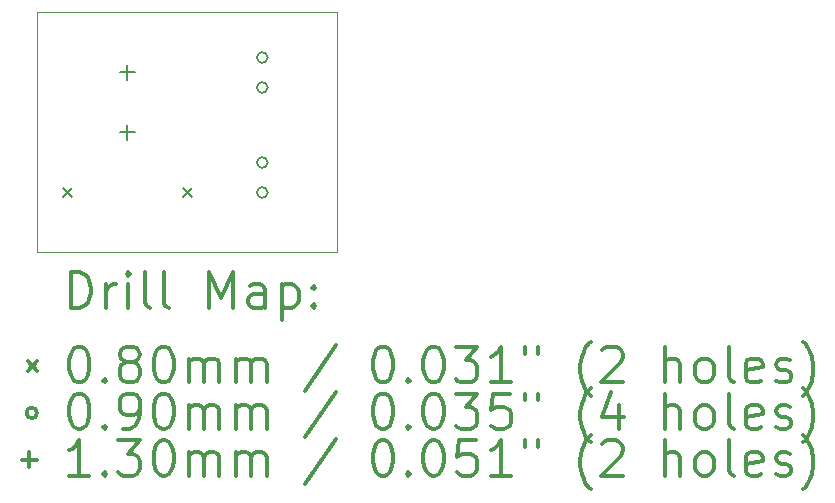
<source format=gbr>
%FSLAX45Y45*%
G04 Gerber Fmt 4.5, Leading zero omitted, Abs format (unit mm)*
G04 Created by KiCad (PCBNEW 5.1.6-c6e7f7d~87~ubuntu20.04.1) date 2020-09-28 16:53:08*
%MOMM*%
%LPD*%
G01*
G04 APERTURE LIST*
%TA.AperFunction,Profile*%
%ADD10C,0.050000*%
%TD*%
%ADD11C,0.200000*%
%ADD12C,0.300000*%
G04 APERTURE END LIST*
D10*
X8509000Y-3937000D02*
X5969000Y-3937000D01*
X8509000Y-5969000D02*
X8509000Y-3937000D01*
X5969000Y-5969000D02*
X8509000Y-5969000D01*
X5969000Y-3937000D02*
X5969000Y-5969000D01*
D11*
X6183000Y-5421000D02*
X6263000Y-5501000D01*
X6263000Y-5421000D02*
X6183000Y-5501000D01*
X7199000Y-5421000D02*
X7279000Y-5501000D01*
X7279000Y-5421000D02*
X7199000Y-5501000D01*
X7919000Y-4318000D02*
G75*
G03*
X7919000Y-4318000I-45000J0D01*
G01*
X7919000Y-4572000D02*
G75*
G03*
X7919000Y-4572000I-45000J0D01*
G01*
X7919000Y-5207000D02*
G75*
G03*
X7919000Y-5207000I-45000J0D01*
G01*
X7919000Y-5461000D02*
G75*
G03*
X7919000Y-5461000I-45000J0D01*
G01*
X6731000Y-4380000D02*
X6731000Y-4510000D01*
X6666000Y-4445000D02*
X6796000Y-4445000D01*
X6731000Y-4888000D02*
X6731000Y-5018000D01*
X6666000Y-4953000D02*
X6796000Y-4953000D01*
D12*
X6252928Y-6437214D02*
X6252928Y-6137214D01*
X6324357Y-6137214D01*
X6367214Y-6151500D01*
X6395786Y-6180071D01*
X6410071Y-6208643D01*
X6424357Y-6265786D01*
X6424357Y-6308643D01*
X6410071Y-6365786D01*
X6395786Y-6394357D01*
X6367214Y-6422929D01*
X6324357Y-6437214D01*
X6252928Y-6437214D01*
X6552928Y-6437214D02*
X6552928Y-6237214D01*
X6552928Y-6294357D02*
X6567214Y-6265786D01*
X6581500Y-6251500D01*
X6610071Y-6237214D01*
X6638643Y-6237214D01*
X6738643Y-6437214D02*
X6738643Y-6237214D01*
X6738643Y-6137214D02*
X6724357Y-6151500D01*
X6738643Y-6165786D01*
X6752928Y-6151500D01*
X6738643Y-6137214D01*
X6738643Y-6165786D01*
X6924357Y-6437214D02*
X6895786Y-6422929D01*
X6881500Y-6394357D01*
X6881500Y-6137214D01*
X7081500Y-6437214D02*
X7052928Y-6422929D01*
X7038643Y-6394357D01*
X7038643Y-6137214D01*
X7424357Y-6437214D02*
X7424357Y-6137214D01*
X7524357Y-6351500D01*
X7624357Y-6137214D01*
X7624357Y-6437214D01*
X7895786Y-6437214D02*
X7895786Y-6280071D01*
X7881500Y-6251500D01*
X7852928Y-6237214D01*
X7795786Y-6237214D01*
X7767214Y-6251500D01*
X7895786Y-6422929D02*
X7867214Y-6437214D01*
X7795786Y-6437214D01*
X7767214Y-6422929D01*
X7752928Y-6394357D01*
X7752928Y-6365786D01*
X7767214Y-6337214D01*
X7795786Y-6322929D01*
X7867214Y-6322929D01*
X7895786Y-6308643D01*
X8038643Y-6237214D02*
X8038643Y-6537214D01*
X8038643Y-6251500D02*
X8067214Y-6237214D01*
X8124357Y-6237214D01*
X8152928Y-6251500D01*
X8167214Y-6265786D01*
X8181500Y-6294357D01*
X8181500Y-6380071D01*
X8167214Y-6408643D01*
X8152928Y-6422929D01*
X8124357Y-6437214D01*
X8067214Y-6437214D01*
X8038643Y-6422929D01*
X8310071Y-6408643D02*
X8324357Y-6422929D01*
X8310071Y-6437214D01*
X8295786Y-6422929D01*
X8310071Y-6408643D01*
X8310071Y-6437214D01*
X8310071Y-6251500D02*
X8324357Y-6265786D01*
X8310071Y-6280071D01*
X8295786Y-6265786D01*
X8310071Y-6251500D01*
X8310071Y-6280071D01*
X5886500Y-6891500D02*
X5966500Y-6971500D01*
X5966500Y-6891500D02*
X5886500Y-6971500D01*
X6310071Y-6767214D02*
X6338643Y-6767214D01*
X6367214Y-6781500D01*
X6381500Y-6795786D01*
X6395786Y-6824357D01*
X6410071Y-6881500D01*
X6410071Y-6952929D01*
X6395786Y-7010071D01*
X6381500Y-7038643D01*
X6367214Y-7052929D01*
X6338643Y-7067214D01*
X6310071Y-7067214D01*
X6281500Y-7052929D01*
X6267214Y-7038643D01*
X6252928Y-7010071D01*
X6238643Y-6952929D01*
X6238643Y-6881500D01*
X6252928Y-6824357D01*
X6267214Y-6795786D01*
X6281500Y-6781500D01*
X6310071Y-6767214D01*
X6538643Y-7038643D02*
X6552928Y-7052929D01*
X6538643Y-7067214D01*
X6524357Y-7052929D01*
X6538643Y-7038643D01*
X6538643Y-7067214D01*
X6724357Y-6895786D02*
X6695786Y-6881500D01*
X6681500Y-6867214D01*
X6667214Y-6838643D01*
X6667214Y-6824357D01*
X6681500Y-6795786D01*
X6695786Y-6781500D01*
X6724357Y-6767214D01*
X6781500Y-6767214D01*
X6810071Y-6781500D01*
X6824357Y-6795786D01*
X6838643Y-6824357D01*
X6838643Y-6838643D01*
X6824357Y-6867214D01*
X6810071Y-6881500D01*
X6781500Y-6895786D01*
X6724357Y-6895786D01*
X6695786Y-6910071D01*
X6681500Y-6924357D01*
X6667214Y-6952929D01*
X6667214Y-7010071D01*
X6681500Y-7038643D01*
X6695786Y-7052929D01*
X6724357Y-7067214D01*
X6781500Y-7067214D01*
X6810071Y-7052929D01*
X6824357Y-7038643D01*
X6838643Y-7010071D01*
X6838643Y-6952929D01*
X6824357Y-6924357D01*
X6810071Y-6910071D01*
X6781500Y-6895786D01*
X7024357Y-6767214D02*
X7052928Y-6767214D01*
X7081500Y-6781500D01*
X7095786Y-6795786D01*
X7110071Y-6824357D01*
X7124357Y-6881500D01*
X7124357Y-6952929D01*
X7110071Y-7010071D01*
X7095786Y-7038643D01*
X7081500Y-7052929D01*
X7052928Y-7067214D01*
X7024357Y-7067214D01*
X6995786Y-7052929D01*
X6981500Y-7038643D01*
X6967214Y-7010071D01*
X6952928Y-6952929D01*
X6952928Y-6881500D01*
X6967214Y-6824357D01*
X6981500Y-6795786D01*
X6995786Y-6781500D01*
X7024357Y-6767214D01*
X7252928Y-7067214D02*
X7252928Y-6867214D01*
X7252928Y-6895786D02*
X7267214Y-6881500D01*
X7295786Y-6867214D01*
X7338643Y-6867214D01*
X7367214Y-6881500D01*
X7381500Y-6910071D01*
X7381500Y-7067214D01*
X7381500Y-6910071D02*
X7395786Y-6881500D01*
X7424357Y-6867214D01*
X7467214Y-6867214D01*
X7495786Y-6881500D01*
X7510071Y-6910071D01*
X7510071Y-7067214D01*
X7652928Y-7067214D02*
X7652928Y-6867214D01*
X7652928Y-6895786D02*
X7667214Y-6881500D01*
X7695786Y-6867214D01*
X7738643Y-6867214D01*
X7767214Y-6881500D01*
X7781500Y-6910071D01*
X7781500Y-7067214D01*
X7781500Y-6910071D02*
X7795786Y-6881500D01*
X7824357Y-6867214D01*
X7867214Y-6867214D01*
X7895786Y-6881500D01*
X7910071Y-6910071D01*
X7910071Y-7067214D01*
X8495786Y-6752929D02*
X8238643Y-7138643D01*
X8881500Y-6767214D02*
X8910071Y-6767214D01*
X8938643Y-6781500D01*
X8952928Y-6795786D01*
X8967214Y-6824357D01*
X8981500Y-6881500D01*
X8981500Y-6952929D01*
X8967214Y-7010071D01*
X8952928Y-7038643D01*
X8938643Y-7052929D01*
X8910071Y-7067214D01*
X8881500Y-7067214D01*
X8852928Y-7052929D01*
X8838643Y-7038643D01*
X8824357Y-7010071D01*
X8810071Y-6952929D01*
X8810071Y-6881500D01*
X8824357Y-6824357D01*
X8838643Y-6795786D01*
X8852928Y-6781500D01*
X8881500Y-6767214D01*
X9110071Y-7038643D02*
X9124357Y-7052929D01*
X9110071Y-7067214D01*
X9095786Y-7052929D01*
X9110071Y-7038643D01*
X9110071Y-7067214D01*
X9310071Y-6767214D02*
X9338643Y-6767214D01*
X9367214Y-6781500D01*
X9381500Y-6795786D01*
X9395786Y-6824357D01*
X9410071Y-6881500D01*
X9410071Y-6952929D01*
X9395786Y-7010071D01*
X9381500Y-7038643D01*
X9367214Y-7052929D01*
X9338643Y-7067214D01*
X9310071Y-7067214D01*
X9281500Y-7052929D01*
X9267214Y-7038643D01*
X9252928Y-7010071D01*
X9238643Y-6952929D01*
X9238643Y-6881500D01*
X9252928Y-6824357D01*
X9267214Y-6795786D01*
X9281500Y-6781500D01*
X9310071Y-6767214D01*
X9510071Y-6767214D02*
X9695786Y-6767214D01*
X9595786Y-6881500D01*
X9638643Y-6881500D01*
X9667214Y-6895786D01*
X9681500Y-6910071D01*
X9695786Y-6938643D01*
X9695786Y-7010071D01*
X9681500Y-7038643D01*
X9667214Y-7052929D01*
X9638643Y-7067214D01*
X9552928Y-7067214D01*
X9524357Y-7052929D01*
X9510071Y-7038643D01*
X9981500Y-7067214D02*
X9810071Y-7067214D01*
X9895786Y-7067214D02*
X9895786Y-6767214D01*
X9867214Y-6810071D01*
X9838643Y-6838643D01*
X9810071Y-6852929D01*
X10095786Y-6767214D02*
X10095786Y-6824357D01*
X10210071Y-6767214D02*
X10210071Y-6824357D01*
X10652928Y-7181500D02*
X10638643Y-7167214D01*
X10610071Y-7124357D01*
X10595786Y-7095786D01*
X10581500Y-7052929D01*
X10567214Y-6981500D01*
X10567214Y-6924357D01*
X10581500Y-6852929D01*
X10595786Y-6810071D01*
X10610071Y-6781500D01*
X10638643Y-6738643D01*
X10652928Y-6724357D01*
X10752928Y-6795786D02*
X10767214Y-6781500D01*
X10795786Y-6767214D01*
X10867214Y-6767214D01*
X10895786Y-6781500D01*
X10910071Y-6795786D01*
X10924357Y-6824357D01*
X10924357Y-6852929D01*
X10910071Y-6895786D01*
X10738643Y-7067214D01*
X10924357Y-7067214D01*
X11281500Y-7067214D02*
X11281500Y-6767214D01*
X11410071Y-7067214D02*
X11410071Y-6910071D01*
X11395786Y-6881500D01*
X11367214Y-6867214D01*
X11324357Y-6867214D01*
X11295786Y-6881500D01*
X11281500Y-6895786D01*
X11595786Y-7067214D02*
X11567214Y-7052929D01*
X11552928Y-7038643D01*
X11538643Y-7010071D01*
X11538643Y-6924357D01*
X11552928Y-6895786D01*
X11567214Y-6881500D01*
X11595786Y-6867214D01*
X11638643Y-6867214D01*
X11667214Y-6881500D01*
X11681500Y-6895786D01*
X11695786Y-6924357D01*
X11695786Y-7010071D01*
X11681500Y-7038643D01*
X11667214Y-7052929D01*
X11638643Y-7067214D01*
X11595786Y-7067214D01*
X11867214Y-7067214D02*
X11838643Y-7052929D01*
X11824357Y-7024357D01*
X11824357Y-6767214D01*
X12095786Y-7052929D02*
X12067214Y-7067214D01*
X12010071Y-7067214D01*
X11981500Y-7052929D01*
X11967214Y-7024357D01*
X11967214Y-6910071D01*
X11981500Y-6881500D01*
X12010071Y-6867214D01*
X12067214Y-6867214D01*
X12095786Y-6881500D01*
X12110071Y-6910071D01*
X12110071Y-6938643D01*
X11967214Y-6967214D01*
X12224357Y-7052929D02*
X12252928Y-7067214D01*
X12310071Y-7067214D01*
X12338643Y-7052929D01*
X12352928Y-7024357D01*
X12352928Y-7010071D01*
X12338643Y-6981500D01*
X12310071Y-6967214D01*
X12267214Y-6967214D01*
X12238643Y-6952929D01*
X12224357Y-6924357D01*
X12224357Y-6910071D01*
X12238643Y-6881500D01*
X12267214Y-6867214D01*
X12310071Y-6867214D01*
X12338643Y-6881500D01*
X12452928Y-7181500D02*
X12467214Y-7167214D01*
X12495786Y-7124357D01*
X12510071Y-7095786D01*
X12524357Y-7052929D01*
X12538643Y-6981500D01*
X12538643Y-6924357D01*
X12524357Y-6852929D01*
X12510071Y-6810071D01*
X12495786Y-6781500D01*
X12467214Y-6738643D01*
X12452928Y-6724357D01*
X5966500Y-7327500D02*
G75*
G03*
X5966500Y-7327500I-45000J0D01*
G01*
X6310071Y-7163214D02*
X6338643Y-7163214D01*
X6367214Y-7177500D01*
X6381500Y-7191786D01*
X6395786Y-7220357D01*
X6410071Y-7277500D01*
X6410071Y-7348929D01*
X6395786Y-7406071D01*
X6381500Y-7434643D01*
X6367214Y-7448929D01*
X6338643Y-7463214D01*
X6310071Y-7463214D01*
X6281500Y-7448929D01*
X6267214Y-7434643D01*
X6252928Y-7406071D01*
X6238643Y-7348929D01*
X6238643Y-7277500D01*
X6252928Y-7220357D01*
X6267214Y-7191786D01*
X6281500Y-7177500D01*
X6310071Y-7163214D01*
X6538643Y-7434643D02*
X6552928Y-7448929D01*
X6538643Y-7463214D01*
X6524357Y-7448929D01*
X6538643Y-7434643D01*
X6538643Y-7463214D01*
X6695786Y-7463214D02*
X6752928Y-7463214D01*
X6781500Y-7448929D01*
X6795786Y-7434643D01*
X6824357Y-7391786D01*
X6838643Y-7334643D01*
X6838643Y-7220357D01*
X6824357Y-7191786D01*
X6810071Y-7177500D01*
X6781500Y-7163214D01*
X6724357Y-7163214D01*
X6695786Y-7177500D01*
X6681500Y-7191786D01*
X6667214Y-7220357D01*
X6667214Y-7291786D01*
X6681500Y-7320357D01*
X6695786Y-7334643D01*
X6724357Y-7348929D01*
X6781500Y-7348929D01*
X6810071Y-7334643D01*
X6824357Y-7320357D01*
X6838643Y-7291786D01*
X7024357Y-7163214D02*
X7052928Y-7163214D01*
X7081500Y-7177500D01*
X7095786Y-7191786D01*
X7110071Y-7220357D01*
X7124357Y-7277500D01*
X7124357Y-7348929D01*
X7110071Y-7406071D01*
X7095786Y-7434643D01*
X7081500Y-7448929D01*
X7052928Y-7463214D01*
X7024357Y-7463214D01*
X6995786Y-7448929D01*
X6981500Y-7434643D01*
X6967214Y-7406071D01*
X6952928Y-7348929D01*
X6952928Y-7277500D01*
X6967214Y-7220357D01*
X6981500Y-7191786D01*
X6995786Y-7177500D01*
X7024357Y-7163214D01*
X7252928Y-7463214D02*
X7252928Y-7263214D01*
X7252928Y-7291786D02*
X7267214Y-7277500D01*
X7295786Y-7263214D01*
X7338643Y-7263214D01*
X7367214Y-7277500D01*
X7381500Y-7306071D01*
X7381500Y-7463214D01*
X7381500Y-7306071D02*
X7395786Y-7277500D01*
X7424357Y-7263214D01*
X7467214Y-7263214D01*
X7495786Y-7277500D01*
X7510071Y-7306071D01*
X7510071Y-7463214D01*
X7652928Y-7463214D02*
X7652928Y-7263214D01*
X7652928Y-7291786D02*
X7667214Y-7277500D01*
X7695786Y-7263214D01*
X7738643Y-7263214D01*
X7767214Y-7277500D01*
X7781500Y-7306071D01*
X7781500Y-7463214D01*
X7781500Y-7306071D02*
X7795786Y-7277500D01*
X7824357Y-7263214D01*
X7867214Y-7263214D01*
X7895786Y-7277500D01*
X7910071Y-7306071D01*
X7910071Y-7463214D01*
X8495786Y-7148929D02*
X8238643Y-7534643D01*
X8881500Y-7163214D02*
X8910071Y-7163214D01*
X8938643Y-7177500D01*
X8952928Y-7191786D01*
X8967214Y-7220357D01*
X8981500Y-7277500D01*
X8981500Y-7348929D01*
X8967214Y-7406071D01*
X8952928Y-7434643D01*
X8938643Y-7448929D01*
X8910071Y-7463214D01*
X8881500Y-7463214D01*
X8852928Y-7448929D01*
X8838643Y-7434643D01*
X8824357Y-7406071D01*
X8810071Y-7348929D01*
X8810071Y-7277500D01*
X8824357Y-7220357D01*
X8838643Y-7191786D01*
X8852928Y-7177500D01*
X8881500Y-7163214D01*
X9110071Y-7434643D02*
X9124357Y-7448929D01*
X9110071Y-7463214D01*
X9095786Y-7448929D01*
X9110071Y-7434643D01*
X9110071Y-7463214D01*
X9310071Y-7163214D02*
X9338643Y-7163214D01*
X9367214Y-7177500D01*
X9381500Y-7191786D01*
X9395786Y-7220357D01*
X9410071Y-7277500D01*
X9410071Y-7348929D01*
X9395786Y-7406071D01*
X9381500Y-7434643D01*
X9367214Y-7448929D01*
X9338643Y-7463214D01*
X9310071Y-7463214D01*
X9281500Y-7448929D01*
X9267214Y-7434643D01*
X9252928Y-7406071D01*
X9238643Y-7348929D01*
X9238643Y-7277500D01*
X9252928Y-7220357D01*
X9267214Y-7191786D01*
X9281500Y-7177500D01*
X9310071Y-7163214D01*
X9510071Y-7163214D02*
X9695786Y-7163214D01*
X9595786Y-7277500D01*
X9638643Y-7277500D01*
X9667214Y-7291786D01*
X9681500Y-7306071D01*
X9695786Y-7334643D01*
X9695786Y-7406071D01*
X9681500Y-7434643D01*
X9667214Y-7448929D01*
X9638643Y-7463214D01*
X9552928Y-7463214D01*
X9524357Y-7448929D01*
X9510071Y-7434643D01*
X9967214Y-7163214D02*
X9824357Y-7163214D01*
X9810071Y-7306071D01*
X9824357Y-7291786D01*
X9852928Y-7277500D01*
X9924357Y-7277500D01*
X9952928Y-7291786D01*
X9967214Y-7306071D01*
X9981500Y-7334643D01*
X9981500Y-7406071D01*
X9967214Y-7434643D01*
X9952928Y-7448929D01*
X9924357Y-7463214D01*
X9852928Y-7463214D01*
X9824357Y-7448929D01*
X9810071Y-7434643D01*
X10095786Y-7163214D02*
X10095786Y-7220357D01*
X10210071Y-7163214D02*
X10210071Y-7220357D01*
X10652928Y-7577500D02*
X10638643Y-7563214D01*
X10610071Y-7520357D01*
X10595786Y-7491786D01*
X10581500Y-7448929D01*
X10567214Y-7377500D01*
X10567214Y-7320357D01*
X10581500Y-7248929D01*
X10595786Y-7206071D01*
X10610071Y-7177500D01*
X10638643Y-7134643D01*
X10652928Y-7120357D01*
X10895786Y-7263214D02*
X10895786Y-7463214D01*
X10824357Y-7148929D02*
X10752928Y-7363214D01*
X10938643Y-7363214D01*
X11281500Y-7463214D02*
X11281500Y-7163214D01*
X11410071Y-7463214D02*
X11410071Y-7306071D01*
X11395786Y-7277500D01*
X11367214Y-7263214D01*
X11324357Y-7263214D01*
X11295786Y-7277500D01*
X11281500Y-7291786D01*
X11595786Y-7463214D02*
X11567214Y-7448929D01*
X11552928Y-7434643D01*
X11538643Y-7406071D01*
X11538643Y-7320357D01*
X11552928Y-7291786D01*
X11567214Y-7277500D01*
X11595786Y-7263214D01*
X11638643Y-7263214D01*
X11667214Y-7277500D01*
X11681500Y-7291786D01*
X11695786Y-7320357D01*
X11695786Y-7406071D01*
X11681500Y-7434643D01*
X11667214Y-7448929D01*
X11638643Y-7463214D01*
X11595786Y-7463214D01*
X11867214Y-7463214D02*
X11838643Y-7448929D01*
X11824357Y-7420357D01*
X11824357Y-7163214D01*
X12095786Y-7448929D02*
X12067214Y-7463214D01*
X12010071Y-7463214D01*
X11981500Y-7448929D01*
X11967214Y-7420357D01*
X11967214Y-7306071D01*
X11981500Y-7277500D01*
X12010071Y-7263214D01*
X12067214Y-7263214D01*
X12095786Y-7277500D01*
X12110071Y-7306071D01*
X12110071Y-7334643D01*
X11967214Y-7363214D01*
X12224357Y-7448929D02*
X12252928Y-7463214D01*
X12310071Y-7463214D01*
X12338643Y-7448929D01*
X12352928Y-7420357D01*
X12352928Y-7406071D01*
X12338643Y-7377500D01*
X12310071Y-7363214D01*
X12267214Y-7363214D01*
X12238643Y-7348929D01*
X12224357Y-7320357D01*
X12224357Y-7306071D01*
X12238643Y-7277500D01*
X12267214Y-7263214D01*
X12310071Y-7263214D01*
X12338643Y-7277500D01*
X12452928Y-7577500D02*
X12467214Y-7563214D01*
X12495786Y-7520357D01*
X12510071Y-7491786D01*
X12524357Y-7448929D01*
X12538643Y-7377500D01*
X12538643Y-7320357D01*
X12524357Y-7248929D01*
X12510071Y-7206071D01*
X12495786Y-7177500D01*
X12467214Y-7134643D01*
X12452928Y-7120357D01*
X5901500Y-7658500D02*
X5901500Y-7788500D01*
X5836500Y-7723500D02*
X5966500Y-7723500D01*
X6410071Y-7859214D02*
X6238643Y-7859214D01*
X6324357Y-7859214D02*
X6324357Y-7559214D01*
X6295786Y-7602071D01*
X6267214Y-7630643D01*
X6238643Y-7644929D01*
X6538643Y-7830643D02*
X6552928Y-7844929D01*
X6538643Y-7859214D01*
X6524357Y-7844929D01*
X6538643Y-7830643D01*
X6538643Y-7859214D01*
X6652928Y-7559214D02*
X6838643Y-7559214D01*
X6738643Y-7673500D01*
X6781500Y-7673500D01*
X6810071Y-7687786D01*
X6824357Y-7702071D01*
X6838643Y-7730643D01*
X6838643Y-7802071D01*
X6824357Y-7830643D01*
X6810071Y-7844929D01*
X6781500Y-7859214D01*
X6695786Y-7859214D01*
X6667214Y-7844929D01*
X6652928Y-7830643D01*
X7024357Y-7559214D02*
X7052928Y-7559214D01*
X7081500Y-7573500D01*
X7095786Y-7587786D01*
X7110071Y-7616357D01*
X7124357Y-7673500D01*
X7124357Y-7744929D01*
X7110071Y-7802071D01*
X7095786Y-7830643D01*
X7081500Y-7844929D01*
X7052928Y-7859214D01*
X7024357Y-7859214D01*
X6995786Y-7844929D01*
X6981500Y-7830643D01*
X6967214Y-7802071D01*
X6952928Y-7744929D01*
X6952928Y-7673500D01*
X6967214Y-7616357D01*
X6981500Y-7587786D01*
X6995786Y-7573500D01*
X7024357Y-7559214D01*
X7252928Y-7859214D02*
X7252928Y-7659214D01*
X7252928Y-7687786D02*
X7267214Y-7673500D01*
X7295786Y-7659214D01*
X7338643Y-7659214D01*
X7367214Y-7673500D01*
X7381500Y-7702071D01*
X7381500Y-7859214D01*
X7381500Y-7702071D02*
X7395786Y-7673500D01*
X7424357Y-7659214D01*
X7467214Y-7659214D01*
X7495786Y-7673500D01*
X7510071Y-7702071D01*
X7510071Y-7859214D01*
X7652928Y-7859214D02*
X7652928Y-7659214D01*
X7652928Y-7687786D02*
X7667214Y-7673500D01*
X7695786Y-7659214D01*
X7738643Y-7659214D01*
X7767214Y-7673500D01*
X7781500Y-7702071D01*
X7781500Y-7859214D01*
X7781500Y-7702071D02*
X7795786Y-7673500D01*
X7824357Y-7659214D01*
X7867214Y-7659214D01*
X7895786Y-7673500D01*
X7910071Y-7702071D01*
X7910071Y-7859214D01*
X8495786Y-7544929D02*
X8238643Y-7930643D01*
X8881500Y-7559214D02*
X8910071Y-7559214D01*
X8938643Y-7573500D01*
X8952928Y-7587786D01*
X8967214Y-7616357D01*
X8981500Y-7673500D01*
X8981500Y-7744929D01*
X8967214Y-7802071D01*
X8952928Y-7830643D01*
X8938643Y-7844929D01*
X8910071Y-7859214D01*
X8881500Y-7859214D01*
X8852928Y-7844929D01*
X8838643Y-7830643D01*
X8824357Y-7802071D01*
X8810071Y-7744929D01*
X8810071Y-7673500D01*
X8824357Y-7616357D01*
X8838643Y-7587786D01*
X8852928Y-7573500D01*
X8881500Y-7559214D01*
X9110071Y-7830643D02*
X9124357Y-7844929D01*
X9110071Y-7859214D01*
X9095786Y-7844929D01*
X9110071Y-7830643D01*
X9110071Y-7859214D01*
X9310071Y-7559214D02*
X9338643Y-7559214D01*
X9367214Y-7573500D01*
X9381500Y-7587786D01*
X9395786Y-7616357D01*
X9410071Y-7673500D01*
X9410071Y-7744929D01*
X9395786Y-7802071D01*
X9381500Y-7830643D01*
X9367214Y-7844929D01*
X9338643Y-7859214D01*
X9310071Y-7859214D01*
X9281500Y-7844929D01*
X9267214Y-7830643D01*
X9252928Y-7802071D01*
X9238643Y-7744929D01*
X9238643Y-7673500D01*
X9252928Y-7616357D01*
X9267214Y-7587786D01*
X9281500Y-7573500D01*
X9310071Y-7559214D01*
X9681500Y-7559214D02*
X9538643Y-7559214D01*
X9524357Y-7702071D01*
X9538643Y-7687786D01*
X9567214Y-7673500D01*
X9638643Y-7673500D01*
X9667214Y-7687786D01*
X9681500Y-7702071D01*
X9695786Y-7730643D01*
X9695786Y-7802071D01*
X9681500Y-7830643D01*
X9667214Y-7844929D01*
X9638643Y-7859214D01*
X9567214Y-7859214D01*
X9538643Y-7844929D01*
X9524357Y-7830643D01*
X9981500Y-7859214D02*
X9810071Y-7859214D01*
X9895786Y-7859214D02*
X9895786Y-7559214D01*
X9867214Y-7602071D01*
X9838643Y-7630643D01*
X9810071Y-7644929D01*
X10095786Y-7559214D02*
X10095786Y-7616357D01*
X10210071Y-7559214D02*
X10210071Y-7616357D01*
X10652928Y-7973500D02*
X10638643Y-7959214D01*
X10610071Y-7916357D01*
X10595786Y-7887786D01*
X10581500Y-7844929D01*
X10567214Y-7773500D01*
X10567214Y-7716357D01*
X10581500Y-7644929D01*
X10595786Y-7602071D01*
X10610071Y-7573500D01*
X10638643Y-7530643D01*
X10652928Y-7516357D01*
X10752928Y-7587786D02*
X10767214Y-7573500D01*
X10795786Y-7559214D01*
X10867214Y-7559214D01*
X10895786Y-7573500D01*
X10910071Y-7587786D01*
X10924357Y-7616357D01*
X10924357Y-7644929D01*
X10910071Y-7687786D01*
X10738643Y-7859214D01*
X10924357Y-7859214D01*
X11281500Y-7859214D02*
X11281500Y-7559214D01*
X11410071Y-7859214D02*
X11410071Y-7702071D01*
X11395786Y-7673500D01*
X11367214Y-7659214D01*
X11324357Y-7659214D01*
X11295786Y-7673500D01*
X11281500Y-7687786D01*
X11595786Y-7859214D02*
X11567214Y-7844929D01*
X11552928Y-7830643D01*
X11538643Y-7802071D01*
X11538643Y-7716357D01*
X11552928Y-7687786D01*
X11567214Y-7673500D01*
X11595786Y-7659214D01*
X11638643Y-7659214D01*
X11667214Y-7673500D01*
X11681500Y-7687786D01*
X11695786Y-7716357D01*
X11695786Y-7802071D01*
X11681500Y-7830643D01*
X11667214Y-7844929D01*
X11638643Y-7859214D01*
X11595786Y-7859214D01*
X11867214Y-7859214D02*
X11838643Y-7844929D01*
X11824357Y-7816357D01*
X11824357Y-7559214D01*
X12095786Y-7844929D02*
X12067214Y-7859214D01*
X12010071Y-7859214D01*
X11981500Y-7844929D01*
X11967214Y-7816357D01*
X11967214Y-7702071D01*
X11981500Y-7673500D01*
X12010071Y-7659214D01*
X12067214Y-7659214D01*
X12095786Y-7673500D01*
X12110071Y-7702071D01*
X12110071Y-7730643D01*
X11967214Y-7759214D01*
X12224357Y-7844929D02*
X12252928Y-7859214D01*
X12310071Y-7859214D01*
X12338643Y-7844929D01*
X12352928Y-7816357D01*
X12352928Y-7802071D01*
X12338643Y-7773500D01*
X12310071Y-7759214D01*
X12267214Y-7759214D01*
X12238643Y-7744929D01*
X12224357Y-7716357D01*
X12224357Y-7702071D01*
X12238643Y-7673500D01*
X12267214Y-7659214D01*
X12310071Y-7659214D01*
X12338643Y-7673500D01*
X12452928Y-7973500D02*
X12467214Y-7959214D01*
X12495786Y-7916357D01*
X12510071Y-7887786D01*
X12524357Y-7844929D01*
X12538643Y-7773500D01*
X12538643Y-7716357D01*
X12524357Y-7644929D01*
X12510071Y-7602071D01*
X12495786Y-7573500D01*
X12467214Y-7530643D01*
X12452928Y-7516357D01*
M02*

</source>
